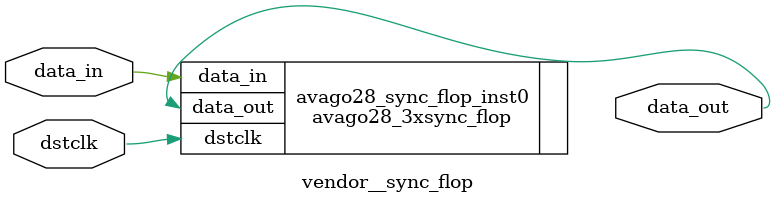
<source format=v>
/*
#------------------------------------------------------------------------------
# Copyright 2011 Cisco Systems
#
# Permission to use, copy and modify this file is prohibited outside Cisco Systems
# Use of this file by any other organization for any purpose is allowed only
# under express written permission of Cisco Systems
#------------------------------------------------------------------------------
# description:   Briefly describe the purpose of this file, if its original code
#                or copied from another design, etc.
########################################################################
#
# $Author: sr2 $
# $Source: /nfs/nvbu/asic/repository/andiamo_vegas/f32/f32_ip/rtl/vendor__sync_flop.v,v $ 
# $Revision: 1.1 $
# $Date: 2014/05/14 05:06:58 $
# $Log: vendor__sync_flop.v,v $
# Revision 1.1  2014/05/14 05:06:58  sr2
# initial revision
#
#
#
# $Endlog
########################################################################
 */

module vendor__sync_flop (/*AUTOARG*/
  // Outputs
  data_out,
  // Inputs
  dstclk, data_in
  );

 
  // synopsys template
  parameter                  DATA_WIDTH = 1;

  /*********************************************************
   * Ports Declaration                                    *
   *********************************************************/

  input                      dstclk;

  input [DATA_WIDTH-1:0]     data_in;
  output [DATA_WIDTH-1:0]    data_out;

// TBD: do we need 3x?

	avago28_3xsync_flop #(DATA_WIDTH)
	avago28_sync_flop_inst0
	(
	  .data_out(data_out),
	  .dstclk(dstclk),
	  .data_in(data_in)
	);
	
endmodule // avago28_sync_flop
                                                                              

</source>
